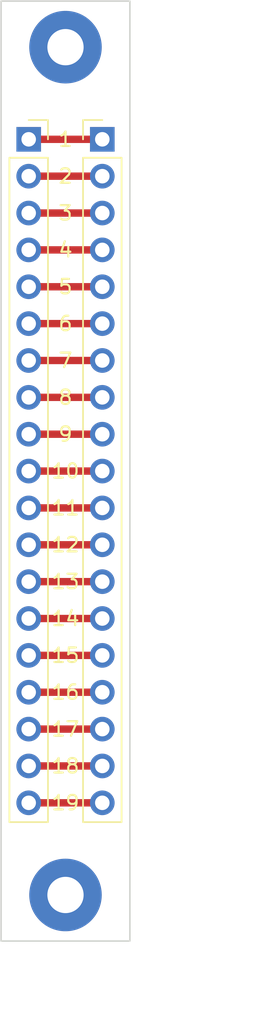
<source format=kicad_pcb>
(kicad_pcb (version 20211014) (generator pcbnew)
  (title_block (title "19PinHeader") (date "2022-09-10") (rev "1"))
  (layers (0 "F.Cu" signal) (31 "B.Cu" signal) (34 "B.Paste" user) (35 "F.Paste" user) (36 "B.SilkS" user "B.Silkscreen") (37 "F.SilkS" user "F.Silkscreen") (38 "B.Mask" user) (39 "F.Mask" user) (44 "Edge.Cuts" user))
  (net 0 "")
  (net 1 "Net-(J1-Pad1)")
  (net 2 "Net-(J1-Pad2)")
  (net 3 "Net-(J1-Pad3)")
  (net 4 "Net-(J1-Pad4)")
  (net 5 "Net-(J1-Pad5)")
  (net 6 "Net-(J1-Pad6)")
  (net 7 "Net-(J1-Pad7)")
  (net 8 "Net-(J1-Pad8)")
  (net 9 "Net-(J1-Pad9)")
  (net 10 "Net-(J1-Pad10)")
  (net 11 "Net-(J1-Pad11)")
  (net 12 "Net-(J1-Pad12)")
  (net 13 "Net-(J1-Pad13)")
  (net 14 "Net-(J1-Pad14)")
  (net 15 "Net-(J1-Pad15)")
  (net 16 "Net-(J1-Pad16)")
  (net 17 "Net-(J1-Pad17)")
  (net 18 "Net-(J1-Pad18)")
  (net 19 "Net-(J1-Pad19)")
  (footprint "Connector_PinHeader_2.54mm:PinHeader_1x19_P2.54mm_Vertical" (layer "F.Cu") (at 147.32 76.2)
    (fp_text reference "J2" hide)
    (fp_text value "Header" hide)
    (fp_line (start -1.33 1.27) (end 1.33 1.27) (layer "F.SilkS") (width 0.12))
    (fp_line (start -1.33 1.27) (end -1.33 47.05) (layer "F.SilkS") (width 0.12))
    (fp_line (start 1.33 1.27) (end 1.33 47.05) (layer "F.SilkS") (width 0.12))
    (fp_line (start -1.33 47.05) (end 1.33 47.05) (layer "F.SilkS") (width 0.12))
    (fp_line (start -1.33 0) (end -1.33 -1.33) (layer "F.SilkS") (width 0.12))
    (fp_line (start -1.33 -1.33) (end 0 -1.33) (layer "F.SilkS") (width 0.12))
    (pad "1" thru_hole rect (at 0 0) (size 1.7 1.7) (drill 1) (layers *.Cu *.Mask) (net 1 "Net-(J1-Pad1)"))
    (pad "2" thru_hole oval (at 0 2.54) (size 1.7 1.7) (drill 1) (layers *.Cu *.Mask) (net 2 "Net-(J1-Pad2)"))
    (pad "3" thru_hole oval (at 0 5.08) (size 1.7 1.7) (drill 1) (layers *.Cu *.Mask) (net 3 "Net-(J1-Pad3)"))
    (pad "4" thru_hole oval (at 0 7.62) (size 1.7 1.7) (drill 1) (layers *.Cu *.Mask) (net 4 "Net-(J1-Pad4)"))
    (pad "5" thru_hole oval (at 0 10.16) (size 1.7 1.7) (drill 1) (layers *.Cu *.Mask) (net 5 "Net-(J1-Pad5)"))
    (pad "6" thru_hole oval (at 0 12.7) (size 1.7 1.7) (drill 1) (layers *.Cu *.Mask) (net 6 "Net-(J1-Pad6)"))
    (pad "7" thru_hole oval (at 0 15.24) (size 1.7 1.7) (drill 1) (layers *.Cu *.Mask) (net 7 "Net-(J1-Pad7)"))
    (pad "8" thru_hole oval (at 0 17.78) (size 1.7 1.7) (drill 1) (layers *.Cu *.Mask) (net 8 "Net-(J1-Pad8)"))
    (pad "9" thru_hole oval (at 0 20.32) (size 1.7 1.7) (drill 1) (layers *.Cu *.Mask) (net 9 "Net-(J1-Pad9)"))
    (pad "10" thru_hole oval (at 0 22.86) (size 1.7 1.7) (drill 1) (layers *.Cu *.Mask) (net 10 "Net-(J1-Pad10)"))
    (pad "11" thru_hole oval (at 0 25.4) (size 1.7 1.7) (drill 1) (layers *.Cu *.Mask) (net 11 "Net-(J1-Pad11)"))
    (pad "12" thru_hole oval (at 0 27.94) (size 1.7 1.7) (drill 1) (layers *.Cu *.Mask) (net 12 "Net-(J1-Pad12)"))
    (pad "13" thru_hole oval (at 0 30.48) (size 1.7 1.7) (drill 1) (layers *.Cu *.Mask) (net 13 "Net-(J1-Pad13)"))
    (pad "14" thru_hole oval (at 0 33.02) (size 1.7 1.7) (drill 1) (layers *.Cu *.Mask) (net 14 "Net-(J1-Pad14)"))
    (pad "15" thru_hole oval (at 0 35.56) (size 1.7 1.7) (drill 1) (layers *.Cu *.Mask) (net 15 "Net-(J1-Pad15)"))
    (pad "16" thru_hole oval (at 0 38.1) (size 1.7 1.7) (drill 1) (layers *.Cu *.Mask) (net 16 "Net-(J1-Pad16)"))
    (pad "17" thru_hole oval (at 0 40.64) (size 1.7 1.7) (drill 1) (layers *.Cu *.Mask) (net 17 "Net-(J1-Pad17)"))
    (pad "18" thru_hole oval (at 0 43.18) (size 1.7 1.7) (drill 1) (layers *.Cu *.Mask) (net 18 "Net-(J1-Pad18)"))
    (pad "19" thru_hole oval (at 0 45.72) (size 1.7 1.7) (drill 1) (layers *.Cu *.Mask) (net 19 "Net-(J1-Pad19)"))
  )
  (footprint "MountingHole:MountingHole_2.5mm_Pad" (layer "F.Cu") (at 144.78 128.27)
    (fp_text reference "REF**" hide)
    (fp_text value "MountingHole_2.5mm_Pad" hide)
    (pad "1" thru_hole circle locked (at 0 0) (size 5 5) (drill 2.5) (layers *.Cu *.Mask))
  )
  (footprint "Connector_PinSocket_2.54mm:PinSocket_1x19_P2.54mm_Vertical" (layer "F.Cu") (at 142.24 76.2)
    (fp_text reference "J1" hide)
    (fp_text value "Socket" hide)
    (fp_line (start 0 -1.33) (end 1.33 -1.33) (layer "F.SilkS") (width 0.12))
    (fp_line (start -1.33 47.05) (end 1.33 47.05) (layer "F.SilkS") (width 0.12))
    (fp_line (start 1.33 -1.33) (end 1.33 0) (layer "F.SilkS") (width 0.12))
    (fp_line (start -1.33 1.27) (end 1.33 1.27) (layer "F.SilkS") (width 0.12))
    (fp_line (start 1.33 1.27) (end 1.33 47.05) (layer "F.SilkS") (width 0.12))
    (fp_line (start -1.33 1.27) (end -1.33 47.05) (layer "F.SilkS") (width 0.12))
    (pad "1" thru_hole rect (at 0 0) (size 1.7 1.7) (drill 1) (layers *.Cu *.Mask) (net 1 "Net-(J1-Pad1)"))
    (pad "2" thru_hole oval (at 0 2.54) (size 1.7 1.7) (drill 1) (layers *.Cu *.Mask) (net 2 "Net-(J1-Pad2)"))
    (pad "3" thru_hole oval (at 0 5.08) (size 1.7 1.7) (drill 1) (layers *.Cu *.Mask) (net 3 "Net-(J1-Pad3)"))
    (pad "4" thru_hole oval (at 0 7.62) (size 1.7 1.7) (drill 1) (layers *.Cu *.Mask) (net 4 "Net-(J1-Pad4)"))
    (pad "5" thru_hole oval (at 0 10.16) (size 1.7 1.7) (drill 1) (layers *.Cu *.Mask) (net 5 "Net-(J1-Pad5)"))
    (pad "6" thru_hole oval (at 0 12.7) (size 1.7 1.7) (drill 1) (layers *.Cu *.Mask) (net 6 "Net-(J1-Pad6)"))
    (pad "7" thru_hole oval (at 0 15.24) (size 1.7 1.7) (drill 1) (layers *.Cu *.Mask) (net 7 "Net-(J1-Pad7)"))
    (pad "8" thru_hole oval (at 0 17.78) (size 1.7 1.7) (drill 1) (layers *.Cu *.Mask) (net 8 "Net-(J1-Pad8)"))
    (pad "9" thru_hole oval (at 0 20.32) (size 1.7 1.7) (drill 1) (layers *.Cu *.Mask) (net 9 "Net-(J1-Pad9)"))
    (pad "10" thru_hole oval (at 0 22.86) (size 1.7 1.7) (drill 1) (layers *.Cu *.Mask) (net 10 "Net-(J1-Pad10)"))
    (pad "11" thru_hole oval (at 0 25.4) (size 1.7 1.7) (drill 1) (layers *.Cu *.Mask) (net 11 "Net-(J1-Pad11)"))
    (pad "12" thru_hole oval (at 0 27.94) (size 1.7 1.7) (drill 1) (layers *.Cu *.Mask) (net 12 "Net-(J1-Pad12)"))
    (pad "13" thru_hole oval (at 0 30.48) (size 1.7 1.7) (drill 1) (layers *.Cu *.Mask) (net 13 "Net-(J1-Pad13)"))
    (pad "14" thru_hole oval (at 0 33.02) (size 1.7 1.7) (drill 1) (layers *.Cu *.Mask) (net 14 "Net-(J1-Pad14)"))
    (pad "15" thru_hole oval (at 0 35.56) (size 1.7 1.7) (drill 1) (layers *.Cu *.Mask) (net 15 "Net-(J1-Pad15)"))
    (pad "16" thru_hole oval (at 0 38.1) (size 1.7 1.7) (drill 1) (layers *.Cu *.Mask) (net 16 "Net-(J1-Pad16)"))
    (pad "17" thru_hole oval (at 0 40.64) (size 1.7 1.7) (drill 1) (layers *.Cu *.Mask) (net 17 "Net-(J1-Pad17)"))
    (pad "18" thru_hole oval (at 0 43.18) (size 1.7 1.7) (drill 1) (layers *.Cu *.Mask) (net 18 "Net-(J1-Pad18)"))
    (pad "19" thru_hole oval (at 0 45.72) (size 1.7 1.7) (drill 1) (layers *.Cu *.Mask) (net 19 "Net-(J1-Pad19)"))
  )
  (footprint "MountingHole:MountingHole_2.5mm_Pad" (layer "F.Cu") (at 144.78 69.85)
    (fp_text reference "REF**" hide)
    (fp_text value "MountingHole_2.5mm_Pad" hide)
    (pad "1" thru_hole circle locked (at 0 0) (size 5 5) (drill 2.5) (layers *.Cu *.Mask))
  )
  (gr_rect (start 140.335 66.675) (end 149.225 131.445) (layer "Edge.Cuts") (width 0.1) (fill none))
  (gr_text "10" (at 144.78 99.06) (layer "F.SilkS") (effects (font (size 1 1))))
  (gr_text "3" (at 144.78 81.28) (layer "F.SilkS") (effects (font (size 1 1))))
  (gr_text "14" (at 144.78 109.22) (layer "F.SilkS") (effects (font (size 1 1))))
  (gr_text "16" (at 144.78 114.3) (layer "F.SilkS") (effects (font (size 1 1))))
  (gr_text "2" (at 144.78 78.74) (layer "F.SilkS") (effects (font (size 1 1))))
  (gr_text "5" (at 144.78 86.36) (layer "F.SilkS") (effects (font (size 1 1))))
  (gr_text "4" (at 144.78 83.82) (layer "F.SilkS") (effects (font (size 1 1))))
  (gr_text "9" (at 144.78 96.52) (layer "F.SilkS") (effects (font (size 1 1))))
  (gr_text "7" (at 144.78 91.44) (layer "F.SilkS") (effects (font (size 1 1))))
  (gr_text "15" (at 144.78 111.76) (layer "F.SilkS") (effects (font (size 1 1))))
  (gr_text "6" (at 144.78 88.9) (layer "F.SilkS") (effects (font (size 1 1))))
  (gr_text "1" (at 144.78 76.2) (layer "F.SilkS") (effects (font (size 1 1))))
  (gr_text "19" (at 144.78 121.92) (layer "F.SilkS") (effects (font (size 1 1))))
  (gr_text "18" (at 144.78 119.38) (layer "F.SilkS") (effects (font (size 1 1))))
  (gr_text "8" (at 144.78 93.98) (layer "F.SilkS") (effects (font (size 1 1))))
  (gr_text "13" (at 144.78 106.68) (layer "F.SilkS") (effects (font (size 1 1))))
  (gr_text "11" (at 144.78 101.6) (layer "F.SilkS") (effects (font (size 1 1))))
  (gr_text "17" (at 144.78 116.84) (layer "F.SilkS") (effects (font (size 1 1))))
  (gr_text "12" (at 144.78 104.14) (layer "F.SilkS") (effects (font (size 1 1))))
  (segment (start 142.24 76.2) (end 147.32 76.2) (width 0.508) (layer "F.Cu") (net 1))
  (segment (start 142.24 78.74) (end 147.32 78.74) (width 0.508) (layer "F.Cu") (net 2))
  (segment (start 142.24 81.28) (end 147.32 81.28) (width 0.508) (layer "F.Cu") (net 3))
  (segment (start 142.24 83.82) (end 147.32 83.82) (width 0.508) (layer "F.Cu") (net 4))
  (segment (start 142.24 86.36) (end 147.32 86.36) (width 0.508) (layer "F.Cu") (net 5))
  (segment (start 142.24 88.9) (end 147.32 88.9) (width 0.508) (layer "F.Cu") (net 6))
  (segment (start 142.24 91.44) (end 147.32 91.44) (width 0.508) (layer "F.Cu") (net 7))
  (segment (start 142.24 93.98) (end 147.32 93.98) (width 0.508) (layer "F.Cu") (net 8))
  (segment (start 142.24 96.52) (end 147.32 96.52) (width 0.508) (layer "F.Cu") (net 9))
  (segment (start 142.24 99.06) (end 147.32 99.06) (width 0.508) (layer "F.Cu") (net 10))
  (segment (start 142.24 101.6) (end 147.32 101.6) (width 0.508) (layer "F.Cu") (net 11))
  (segment (start 142.24 104.14) (end 147.32 104.14) (width 0.508) (layer "F.Cu") (net 12))
  (segment (start 142.24 106.68) (end 147.32 106.68) (width 0.508) (layer "F.Cu") (net 13))
  (segment (start 142.24 109.22) (end 147.32 109.22) (width 0.508) (layer "F.Cu") (net 14))
  (segment (start 142.24 111.76) (end 147.32 111.76) (width 0.508) (layer "F.Cu") (net 15))
  (segment (start 142.24 114.3) (end 147.32 114.3) (width 0.508) (layer "F.Cu") (net 16))
  (segment (start 142.24 116.84) (end 147.32 116.84) (width 0.508) (layer "F.Cu") (net 17))
  (segment (start 142.24 119.38) (end 147.32 119.38) (width 0.508) (layer "F.Cu") (net 18))
  (segment (start 142.24 121.92) (end 147.32 121.92) (width 0.508) (layer "F.Cu") (net 19))
)
</source>
